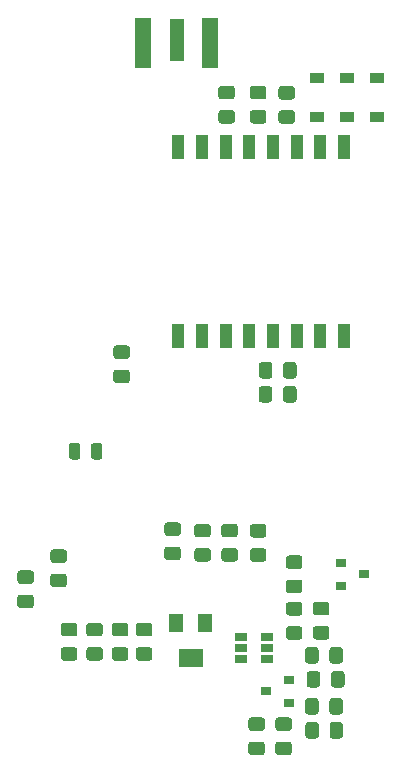
<source format=gbr>
G04 #@! TF.GenerationSoftware,KiCad,Pcbnew,(5.1.10)-1*
G04 #@! TF.CreationDate,2022-01-12T20:10:35+01:00*
G04 #@! TF.ProjectId,ttgot5,7474676f-7435-42e6-9b69-6361645f7063,rev?*
G04 #@! TF.SameCoordinates,Original*
G04 #@! TF.FileFunction,Paste,Bot*
G04 #@! TF.FilePolarity,Positive*
%FSLAX46Y46*%
G04 Gerber Fmt 4.6, Leading zero omitted, Abs format (unit mm)*
G04 Created by KiCad (PCBNEW (5.1.10)-1) date 2022-01-12 20:10:35*
%MOMM*%
%LPD*%
G01*
G04 APERTURE LIST*
%ADD10R,0.900000X0.800000*%
%ADD11R,1.200000X0.900000*%
%ADD12R,1.270000X3.600000*%
%ADD13R,1.350000X4.200000*%
%ADD14R,1.060000X0.650000*%
%ADD15R,1.000000X2.000000*%
%ADD16R,1.300000X1.600000*%
%ADD17R,2.000000X1.600000*%
G04 APERTURE END LIST*
D10*
X130384000Y-148002000D03*
X128384000Y-147052000D03*
X128384000Y-148952000D03*
X122034000Y-157908000D03*
X124034000Y-158858000D03*
X124034000Y-156958000D03*
G36*
G01*
X126648000Y-156441999D02*
X126648000Y-157342001D01*
G75*
G02*
X126398001Y-157592000I-249999J0D01*
G01*
X125747999Y-157592000D01*
G75*
G02*
X125498000Y-157342001I0J249999D01*
G01*
X125498000Y-156441999D01*
G75*
G02*
X125747999Y-156192000I249999J0D01*
G01*
X126398001Y-156192000D01*
G75*
G02*
X126648000Y-156441999I0J-249999D01*
G01*
G37*
G36*
G01*
X128698000Y-156441999D02*
X128698000Y-157342001D01*
G75*
G02*
X128448001Y-157592000I-249999J0D01*
G01*
X127797999Y-157592000D01*
G75*
G02*
X127548000Y-157342001I0J249999D01*
G01*
X127548000Y-156441999D01*
G75*
G02*
X127797999Y-156192000I249999J0D01*
G01*
X128448001Y-156192000D01*
G75*
G02*
X128698000Y-156441999I0J-249999D01*
G01*
G37*
G36*
G01*
X107228000Y-138044250D02*
X107228000Y-137131750D01*
G75*
G02*
X107471750Y-136888000I243750J0D01*
G01*
X107959250Y-136888000D01*
G75*
G02*
X108203000Y-137131750I0J-243750D01*
G01*
X108203000Y-138044250D01*
G75*
G02*
X107959250Y-138288000I-243750J0D01*
G01*
X107471750Y-138288000D01*
G75*
G02*
X107228000Y-138044250I0J243750D01*
G01*
G37*
G36*
G01*
X105353000Y-138044250D02*
X105353000Y-137131750D01*
G75*
G02*
X105596750Y-136888000I243750J0D01*
G01*
X106084250Y-136888000D01*
G75*
G02*
X106328000Y-137131750I0J-243750D01*
G01*
X106328000Y-138044250D01*
G75*
G02*
X106084250Y-138288000I-243750J0D01*
G01*
X105596750Y-138288000D01*
G75*
G02*
X105353000Y-138044250I0J243750D01*
G01*
G37*
G36*
G01*
X123493000Y-131180001D02*
X123493000Y-130279999D01*
G75*
G02*
X123742999Y-130030000I249999J0D01*
G01*
X124393001Y-130030000D01*
G75*
G02*
X124643000Y-130279999I0J-249999D01*
G01*
X124643000Y-131180001D01*
G75*
G02*
X124393001Y-131430000I-249999J0D01*
G01*
X123742999Y-131430000D01*
G75*
G02*
X123493000Y-131180001I0J249999D01*
G01*
G37*
G36*
G01*
X121443000Y-131180001D02*
X121443000Y-130279999D01*
G75*
G02*
X121692999Y-130030000I249999J0D01*
G01*
X122343001Y-130030000D01*
G75*
G02*
X122593000Y-130279999I0J-249999D01*
G01*
X122593000Y-131180001D01*
G75*
G02*
X122343001Y-131430000I-249999J0D01*
G01*
X121692999Y-131430000D01*
G75*
G02*
X121443000Y-131180001I0J249999D01*
G01*
G37*
G36*
G01*
X123484000Y-133212001D02*
X123484000Y-132311999D01*
G75*
G02*
X123733999Y-132062000I249999J0D01*
G01*
X124384001Y-132062000D01*
G75*
G02*
X124634000Y-132311999I0J-249999D01*
G01*
X124634000Y-133212001D01*
G75*
G02*
X124384001Y-133462000I-249999J0D01*
G01*
X123733999Y-133462000D01*
G75*
G02*
X123484000Y-133212001I0J249999D01*
G01*
G37*
G36*
G01*
X121434000Y-133212001D02*
X121434000Y-132311999D01*
G75*
G02*
X121683999Y-132062000I249999J0D01*
G01*
X122334001Y-132062000D01*
G75*
G02*
X122584000Y-132311999I0J-249999D01*
G01*
X122584000Y-133212001D01*
G75*
G02*
X122334001Y-133462000I-249999J0D01*
G01*
X121683999Y-133462000D01*
G75*
G02*
X121434000Y-133212001I0J249999D01*
G01*
G37*
G36*
G01*
X124881001Y-147552000D02*
X123980999Y-147552000D01*
G75*
G02*
X123731000Y-147302001I0J249999D01*
G01*
X123731000Y-146651999D01*
G75*
G02*
X123980999Y-146402000I249999J0D01*
G01*
X124881001Y-146402000D01*
G75*
G02*
X125131000Y-146651999I0J-249999D01*
G01*
X125131000Y-147302001D01*
G75*
G02*
X124881001Y-147552000I-249999J0D01*
G01*
G37*
G36*
G01*
X124881001Y-149602000D02*
X123980999Y-149602000D01*
G75*
G02*
X123731000Y-149352001I0J249999D01*
G01*
X123731000Y-148701999D01*
G75*
G02*
X123980999Y-148452000I249999J0D01*
G01*
X124881001Y-148452000D01*
G75*
G02*
X125131000Y-148701999I0J-249999D01*
G01*
X125131000Y-149352001D01*
G75*
G02*
X124881001Y-149602000I-249999J0D01*
G01*
G37*
D11*
X126336000Y-109266000D03*
X126336000Y-105966000D03*
X128876000Y-109266000D03*
X128876000Y-105966000D03*
X131416000Y-109266000D03*
X131416000Y-105966000D03*
G36*
G01*
X123091999Y-162168000D02*
X123992001Y-162168000D01*
G75*
G02*
X124242000Y-162417999I0J-249999D01*
G01*
X124242000Y-163068001D01*
G75*
G02*
X123992001Y-163318000I-249999J0D01*
G01*
X123091999Y-163318000D01*
G75*
G02*
X122842000Y-163068001I0J249999D01*
G01*
X122842000Y-162417999D01*
G75*
G02*
X123091999Y-162168000I249999J0D01*
G01*
G37*
G36*
G01*
X123091999Y-160118000D02*
X123992001Y-160118000D01*
G75*
G02*
X124242000Y-160367999I0J-249999D01*
G01*
X124242000Y-161018001D01*
G75*
G02*
X123992001Y-161268000I-249999J0D01*
G01*
X123091999Y-161268000D01*
G75*
G02*
X122842000Y-161018001I0J249999D01*
G01*
X122842000Y-160367999D01*
G75*
G02*
X123091999Y-160118000I249999J0D01*
G01*
G37*
G36*
G01*
X120805999Y-162168000D02*
X121706001Y-162168000D01*
G75*
G02*
X121956000Y-162417999I0J-249999D01*
G01*
X121956000Y-163068001D01*
G75*
G02*
X121706001Y-163318000I-249999J0D01*
G01*
X120805999Y-163318000D01*
G75*
G02*
X120556000Y-163068001I0J249999D01*
G01*
X120556000Y-162417999D01*
G75*
G02*
X120805999Y-162168000I249999J0D01*
G01*
G37*
G36*
G01*
X120805999Y-160118000D02*
X121706001Y-160118000D01*
G75*
G02*
X121956000Y-160367999I0J-249999D01*
G01*
X121956000Y-161018001D01*
G75*
G02*
X121706001Y-161268000I-249999J0D01*
G01*
X120805999Y-161268000D01*
G75*
G02*
X120556000Y-161018001I0J249999D01*
G01*
X120556000Y-160367999D01*
G75*
G02*
X120805999Y-160118000I249999J0D01*
G01*
G37*
D12*
X114500000Y-102800000D03*
D13*
X117325000Y-103000000D03*
X111675000Y-103000000D03*
G36*
G01*
X102148001Y-148822000D02*
X101247999Y-148822000D01*
G75*
G02*
X100998000Y-148572001I0J249999D01*
G01*
X100998000Y-147921999D01*
G75*
G02*
X101247999Y-147672000I249999J0D01*
G01*
X102148001Y-147672000D01*
G75*
G02*
X102398000Y-147921999I0J-249999D01*
G01*
X102398000Y-148572001D01*
G75*
G02*
X102148001Y-148822000I-249999J0D01*
G01*
G37*
G36*
G01*
X102148001Y-150872000D02*
X101247999Y-150872000D01*
G75*
G02*
X100998000Y-150622001I0J249999D01*
G01*
X100998000Y-149971999D01*
G75*
G02*
X101247999Y-149722000I249999J0D01*
G01*
X102148001Y-149722000D01*
G75*
G02*
X102398000Y-149971999I0J-249999D01*
G01*
X102398000Y-150622001D01*
G75*
G02*
X102148001Y-150872000I-249999J0D01*
G01*
G37*
G36*
G01*
X109375999Y-130672000D02*
X110276001Y-130672000D01*
G75*
G02*
X110526000Y-130921999I0J-249999D01*
G01*
X110526000Y-131572001D01*
G75*
G02*
X110276001Y-131822000I-249999J0D01*
G01*
X109375999Y-131822000D01*
G75*
G02*
X109126000Y-131572001I0J249999D01*
G01*
X109126000Y-130921999D01*
G75*
G02*
X109375999Y-130672000I249999J0D01*
G01*
G37*
G36*
G01*
X109375999Y-128622000D02*
X110276001Y-128622000D01*
G75*
G02*
X110526000Y-128871999I0J-249999D01*
G01*
X110526000Y-129522001D01*
G75*
G02*
X110276001Y-129772000I-249999J0D01*
G01*
X109375999Y-129772000D01*
G75*
G02*
X109126000Y-129522001I0J249999D01*
G01*
X109126000Y-128871999D01*
G75*
G02*
X109375999Y-128622000I249999J0D01*
G01*
G37*
G36*
G01*
X123345999Y-108710000D02*
X124246001Y-108710000D01*
G75*
G02*
X124496000Y-108959999I0J-249999D01*
G01*
X124496000Y-109610001D01*
G75*
G02*
X124246001Y-109860000I-249999J0D01*
G01*
X123345999Y-109860000D01*
G75*
G02*
X123096000Y-109610001I0J249999D01*
G01*
X123096000Y-108959999D01*
G75*
G02*
X123345999Y-108710000I249999J0D01*
G01*
G37*
G36*
G01*
X123345999Y-106660000D02*
X124246001Y-106660000D01*
G75*
G02*
X124496000Y-106909999I0J-249999D01*
G01*
X124496000Y-107560001D01*
G75*
G02*
X124246001Y-107810000I-249999J0D01*
G01*
X123345999Y-107810000D01*
G75*
G02*
X123096000Y-107560001I0J249999D01*
G01*
X123096000Y-106909999D01*
G75*
G02*
X123345999Y-106660000I249999J0D01*
G01*
G37*
G36*
G01*
X117134001Y-146935000D02*
X116233999Y-146935000D01*
G75*
G02*
X115984000Y-146685001I0J249999D01*
G01*
X115984000Y-146034999D01*
G75*
G02*
X116233999Y-145785000I249999J0D01*
G01*
X117134001Y-145785000D01*
G75*
G02*
X117384000Y-146034999I0J-249999D01*
G01*
X117384000Y-146685001D01*
G75*
G02*
X117134001Y-146935000I-249999J0D01*
G01*
G37*
G36*
G01*
X117134001Y-144885000D02*
X116233999Y-144885000D01*
G75*
G02*
X115984000Y-144635001I0J249999D01*
G01*
X115984000Y-143984999D01*
G75*
G02*
X116233999Y-143735000I249999J0D01*
G01*
X117134001Y-143735000D01*
G75*
G02*
X117384000Y-143984999I0J-249999D01*
G01*
X117384000Y-144635001D01*
G75*
G02*
X117134001Y-144885000I-249999J0D01*
G01*
G37*
G36*
G01*
X125362000Y-159628001D02*
X125362000Y-158727999D01*
G75*
G02*
X125611999Y-158478000I249999J0D01*
G01*
X126262001Y-158478000D01*
G75*
G02*
X126512000Y-158727999I0J-249999D01*
G01*
X126512000Y-159628001D01*
G75*
G02*
X126262001Y-159878000I-249999J0D01*
G01*
X125611999Y-159878000D01*
G75*
G02*
X125362000Y-159628001I0J249999D01*
G01*
G37*
G36*
G01*
X127412000Y-159628001D02*
X127412000Y-158727999D01*
G75*
G02*
X127661999Y-158478000I249999J0D01*
G01*
X128312001Y-158478000D01*
G75*
G02*
X128562000Y-158727999I0J-249999D01*
G01*
X128562000Y-159628001D01*
G75*
G02*
X128312001Y-159878000I-249999J0D01*
G01*
X127661999Y-159878000D01*
G75*
G02*
X127412000Y-159628001I0J249999D01*
G01*
G37*
G36*
G01*
X120932999Y-108692000D02*
X121833001Y-108692000D01*
G75*
G02*
X122083000Y-108941999I0J-249999D01*
G01*
X122083000Y-109592001D01*
G75*
G02*
X121833001Y-109842000I-249999J0D01*
G01*
X120932999Y-109842000D01*
G75*
G02*
X120683000Y-109592001I0J249999D01*
G01*
X120683000Y-108941999D01*
G75*
G02*
X120932999Y-108692000I249999J0D01*
G01*
G37*
G36*
G01*
X120932999Y-106642000D02*
X121833001Y-106642000D01*
G75*
G02*
X122083000Y-106891999I0J-249999D01*
G01*
X122083000Y-107542001D01*
G75*
G02*
X121833001Y-107792000I-249999J0D01*
G01*
X120932999Y-107792000D01*
G75*
G02*
X120683000Y-107542001I0J249999D01*
G01*
X120683000Y-106891999D01*
G75*
G02*
X120932999Y-106642000I249999J0D01*
G01*
G37*
G36*
G01*
X112181001Y-153267000D02*
X111280999Y-153267000D01*
G75*
G02*
X111031000Y-153017001I0J249999D01*
G01*
X111031000Y-152366999D01*
G75*
G02*
X111280999Y-152117000I249999J0D01*
G01*
X112181001Y-152117000D01*
G75*
G02*
X112431000Y-152366999I0J-249999D01*
G01*
X112431000Y-153017001D01*
G75*
G02*
X112181001Y-153267000I-249999J0D01*
G01*
G37*
G36*
G01*
X112181001Y-155317000D02*
X111280999Y-155317000D01*
G75*
G02*
X111031000Y-155067001I0J249999D01*
G01*
X111031000Y-154416999D01*
G75*
G02*
X111280999Y-154167000I249999J0D01*
G01*
X112181001Y-154167000D01*
G75*
G02*
X112431000Y-154416999I0J-249999D01*
G01*
X112431000Y-155067001D01*
G75*
G02*
X112181001Y-155317000I-249999J0D01*
G01*
G37*
G36*
G01*
X126512000Y-154409999D02*
X126512000Y-155310001D01*
G75*
G02*
X126262001Y-155560000I-249999J0D01*
G01*
X125611999Y-155560000D01*
G75*
G02*
X125362000Y-155310001I0J249999D01*
G01*
X125362000Y-154409999D01*
G75*
G02*
X125611999Y-154160000I249999J0D01*
G01*
X126262001Y-154160000D01*
G75*
G02*
X126512000Y-154409999I0J-249999D01*
G01*
G37*
G36*
G01*
X128562000Y-154409999D02*
X128562000Y-155310001D01*
G75*
G02*
X128312001Y-155560000I-249999J0D01*
G01*
X127661999Y-155560000D01*
G75*
G02*
X127412000Y-155310001I0J249999D01*
G01*
X127412000Y-154409999D01*
G75*
G02*
X127661999Y-154160000I249999J0D01*
G01*
X128312001Y-154160000D01*
G75*
G02*
X128562000Y-154409999I0J-249999D01*
G01*
G37*
G36*
G01*
X110149001Y-155317000D02*
X109248999Y-155317000D01*
G75*
G02*
X108999000Y-155067001I0J249999D01*
G01*
X108999000Y-154416999D01*
G75*
G02*
X109248999Y-154167000I249999J0D01*
G01*
X110149001Y-154167000D01*
G75*
G02*
X110399000Y-154416999I0J-249999D01*
G01*
X110399000Y-155067001D01*
G75*
G02*
X110149001Y-155317000I-249999J0D01*
G01*
G37*
G36*
G01*
X110149001Y-153267000D02*
X109248999Y-153267000D01*
G75*
G02*
X108999000Y-153017001I0J249999D01*
G01*
X108999000Y-152366999D01*
G75*
G02*
X109248999Y-152117000I249999J0D01*
G01*
X110149001Y-152117000D01*
G75*
G02*
X110399000Y-152366999I0J-249999D01*
G01*
X110399000Y-153017001D01*
G75*
G02*
X110149001Y-153267000I-249999J0D01*
G01*
G37*
G36*
G01*
X120932999Y-143744000D02*
X121833001Y-143744000D01*
G75*
G02*
X122083000Y-143993999I0J-249999D01*
G01*
X122083000Y-144644001D01*
G75*
G02*
X121833001Y-144894000I-249999J0D01*
G01*
X120932999Y-144894000D01*
G75*
G02*
X120683000Y-144644001I0J249999D01*
G01*
X120683000Y-143993999D01*
G75*
G02*
X120932999Y-143744000I249999J0D01*
G01*
G37*
G36*
G01*
X120932999Y-145794000D02*
X121833001Y-145794000D01*
G75*
G02*
X122083000Y-146043999I0J-249999D01*
G01*
X122083000Y-146694001D01*
G75*
G02*
X121833001Y-146944000I-249999J0D01*
G01*
X120932999Y-146944000D01*
G75*
G02*
X120683000Y-146694001I0J249999D01*
G01*
X120683000Y-146043999D01*
G75*
G02*
X120932999Y-145794000I249999J0D01*
G01*
G37*
G36*
G01*
X118519999Y-143726000D02*
X119420001Y-143726000D01*
G75*
G02*
X119670000Y-143975999I0J-249999D01*
G01*
X119670000Y-144626001D01*
G75*
G02*
X119420001Y-144876000I-249999J0D01*
G01*
X118519999Y-144876000D01*
G75*
G02*
X118270000Y-144626001I0J249999D01*
G01*
X118270000Y-143975999D01*
G75*
G02*
X118519999Y-143726000I249999J0D01*
G01*
G37*
G36*
G01*
X118519999Y-145776000D02*
X119420001Y-145776000D01*
G75*
G02*
X119670000Y-146025999I0J-249999D01*
G01*
X119670000Y-146676001D01*
G75*
G02*
X119420001Y-146926000I-249999J0D01*
G01*
X118519999Y-146926000D01*
G75*
G02*
X118270000Y-146676001I0J249999D01*
G01*
X118270000Y-146025999D01*
G75*
G02*
X118519999Y-145776000I249999J0D01*
G01*
G37*
G36*
G01*
X126530000Y-160759999D02*
X126530000Y-161660001D01*
G75*
G02*
X126280001Y-161910000I-249999J0D01*
G01*
X125629999Y-161910000D01*
G75*
G02*
X125380000Y-161660001I0J249999D01*
G01*
X125380000Y-160759999D01*
G75*
G02*
X125629999Y-160510000I249999J0D01*
G01*
X126280001Y-160510000D01*
G75*
G02*
X126530000Y-160759999I0J-249999D01*
G01*
G37*
G36*
G01*
X128580000Y-160759999D02*
X128580000Y-161660001D01*
G75*
G02*
X128330001Y-161910000I-249999J0D01*
G01*
X127679999Y-161910000D01*
G75*
G02*
X127430000Y-161660001I0J249999D01*
G01*
X127430000Y-160759999D01*
G75*
G02*
X127679999Y-160510000I249999J0D01*
G01*
X128330001Y-160510000D01*
G75*
G02*
X128580000Y-160759999I0J-249999D01*
G01*
G37*
G36*
G01*
X124881001Y-153548000D02*
X123980999Y-153548000D01*
G75*
G02*
X123731000Y-153298001I0J249999D01*
G01*
X123731000Y-152647999D01*
G75*
G02*
X123980999Y-152398000I249999J0D01*
G01*
X124881001Y-152398000D01*
G75*
G02*
X125131000Y-152647999I0J-249999D01*
G01*
X125131000Y-153298001D01*
G75*
G02*
X124881001Y-153548000I-249999J0D01*
G01*
G37*
G36*
G01*
X124881001Y-151498000D02*
X123980999Y-151498000D01*
G75*
G02*
X123731000Y-151248001I0J249999D01*
G01*
X123731000Y-150597999D01*
G75*
G02*
X123980999Y-150348000I249999J0D01*
G01*
X124881001Y-150348000D01*
G75*
G02*
X125131000Y-150597999I0J-249999D01*
G01*
X125131000Y-151248001D01*
G75*
G02*
X124881001Y-151498000I-249999J0D01*
G01*
G37*
D14*
X119902000Y-155175000D03*
X119902000Y-154225000D03*
X119902000Y-153275000D03*
X122102000Y-153275000D03*
X122102000Y-155175000D03*
X122102000Y-154225000D03*
D15*
X128637000Y-127808000D03*
X126637000Y-127808000D03*
X124637000Y-127808000D03*
X122637000Y-127808000D03*
X120637000Y-127808000D03*
X118637000Y-127808000D03*
X116637000Y-127808000D03*
X114637000Y-127808000D03*
X114637000Y-111808000D03*
X116637000Y-111808000D03*
X118637000Y-111808000D03*
X120637000Y-111808000D03*
X122637000Y-111808000D03*
X124637000Y-111808000D03*
X126637000Y-111808000D03*
X128637000Y-111808000D03*
G36*
G01*
X126266999Y-150330000D02*
X127167001Y-150330000D01*
G75*
G02*
X127417000Y-150579999I0J-249999D01*
G01*
X127417000Y-151230001D01*
G75*
G02*
X127167001Y-151480000I-249999J0D01*
G01*
X126266999Y-151480000D01*
G75*
G02*
X126017000Y-151230001I0J249999D01*
G01*
X126017000Y-150579999D01*
G75*
G02*
X126266999Y-150330000I249999J0D01*
G01*
G37*
G36*
G01*
X126266999Y-152380000D02*
X127167001Y-152380000D01*
G75*
G02*
X127417000Y-152629999I0J-249999D01*
G01*
X127417000Y-153280001D01*
G75*
G02*
X127167001Y-153530000I-249999J0D01*
G01*
X126266999Y-153530000D01*
G75*
G02*
X126017000Y-153280001I0J249999D01*
G01*
X126017000Y-152629999D01*
G75*
G02*
X126266999Y-152380000I249999J0D01*
G01*
G37*
G36*
G01*
X105831001Y-155317000D02*
X104930999Y-155317000D01*
G75*
G02*
X104681000Y-155067001I0J249999D01*
G01*
X104681000Y-154416999D01*
G75*
G02*
X104930999Y-154167000I249999J0D01*
G01*
X105831001Y-154167000D01*
G75*
G02*
X106081000Y-154416999I0J-249999D01*
G01*
X106081000Y-155067001D01*
G75*
G02*
X105831001Y-155317000I-249999J0D01*
G01*
G37*
G36*
G01*
X105831001Y-153267000D02*
X104930999Y-153267000D01*
G75*
G02*
X104681000Y-153017001I0J249999D01*
G01*
X104681000Y-152366999D01*
G75*
G02*
X104930999Y-152117000I249999J0D01*
G01*
X105831001Y-152117000D01*
G75*
G02*
X106081000Y-152366999I0J-249999D01*
G01*
X106081000Y-153017001D01*
G75*
G02*
X105831001Y-153267000I-249999J0D01*
G01*
G37*
G36*
G01*
X107089999Y-154167000D02*
X107990001Y-154167000D01*
G75*
G02*
X108240000Y-154416999I0J-249999D01*
G01*
X108240000Y-155067001D01*
G75*
G02*
X107990001Y-155317000I-249999J0D01*
G01*
X107089999Y-155317000D01*
G75*
G02*
X106840000Y-155067001I0J249999D01*
G01*
X106840000Y-154416999D01*
G75*
G02*
X107089999Y-154167000I249999J0D01*
G01*
G37*
G36*
G01*
X107089999Y-152117000D02*
X107990001Y-152117000D01*
G75*
G02*
X108240000Y-152366999I0J-249999D01*
G01*
X108240000Y-153017001D01*
G75*
G02*
X107990001Y-153267000I-249999J0D01*
G01*
X107089999Y-153267000D01*
G75*
G02*
X106840000Y-153017001I0J249999D01*
G01*
X106840000Y-152366999D01*
G75*
G02*
X107089999Y-152117000I249999J0D01*
G01*
G37*
G36*
G01*
X114594001Y-146808000D02*
X113693999Y-146808000D01*
G75*
G02*
X113444000Y-146558001I0J249999D01*
G01*
X113444000Y-145907999D01*
G75*
G02*
X113693999Y-145658000I249999J0D01*
G01*
X114594001Y-145658000D01*
G75*
G02*
X114844000Y-145907999I0J-249999D01*
G01*
X114844000Y-146558001D01*
G75*
G02*
X114594001Y-146808000I-249999J0D01*
G01*
G37*
G36*
G01*
X114594001Y-144758000D02*
X113693999Y-144758000D01*
G75*
G02*
X113444000Y-144508001I0J249999D01*
G01*
X113444000Y-143857999D01*
G75*
G02*
X113693999Y-143608000I249999J0D01*
G01*
X114594001Y-143608000D01*
G75*
G02*
X114844000Y-143857999I0J-249999D01*
G01*
X114844000Y-144508001D01*
G75*
G02*
X114594001Y-144758000I-249999J0D01*
G01*
G37*
G36*
G01*
X104942001Y-149094000D02*
X104041999Y-149094000D01*
G75*
G02*
X103792000Y-148844001I0J249999D01*
G01*
X103792000Y-148193999D01*
G75*
G02*
X104041999Y-147944000I249999J0D01*
G01*
X104942001Y-147944000D01*
G75*
G02*
X105192000Y-148193999I0J-249999D01*
G01*
X105192000Y-148844001D01*
G75*
G02*
X104942001Y-149094000I-249999J0D01*
G01*
G37*
G36*
G01*
X104942001Y-147044000D02*
X104041999Y-147044000D01*
G75*
G02*
X103792000Y-146794001I0J249999D01*
G01*
X103792000Y-146143999D01*
G75*
G02*
X104041999Y-145894000I249999J0D01*
G01*
X104942001Y-145894000D01*
G75*
G02*
X105192000Y-146143999I0J-249999D01*
G01*
X105192000Y-146794001D01*
G75*
G02*
X104942001Y-147044000I-249999J0D01*
G01*
G37*
G36*
G01*
X118265999Y-106642000D02*
X119166001Y-106642000D01*
G75*
G02*
X119416000Y-106891999I0J-249999D01*
G01*
X119416000Y-107542001D01*
G75*
G02*
X119166001Y-107792000I-249999J0D01*
G01*
X118265999Y-107792000D01*
G75*
G02*
X118016000Y-107542001I0J249999D01*
G01*
X118016000Y-106891999D01*
G75*
G02*
X118265999Y-106642000I249999J0D01*
G01*
G37*
G36*
G01*
X118265999Y-108692000D02*
X119166001Y-108692000D01*
G75*
G02*
X119416000Y-108941999I0J-249999D01*
G01*
X119416000Y-109592001D01*
G75*
G02*
X119166001Y-109842000I-249999J0D01*
G01*
X118265999Y-109842000D01*
G75*
G02*
X118016000Y-109592001I0J249999D01*
G01*
X118016000Y-108941999D01*
G75*
G02*
X118265999Y-108692000I249999J0D01*
G01*
G37*
D16*
X114418000Y-152150000D03*
D17*
X115668000Y-155050000D03*
D16*
X116918000Y-152150000D03*
M02*

</source>
